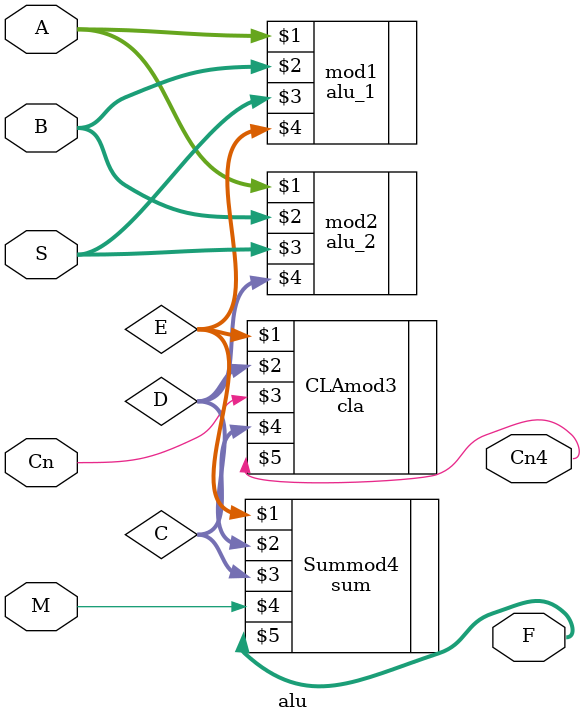
<source format=v>
`timescale 1ns / 1ps



module alu(S, A, B, M, Cn, F, Cn4);
  input [3:0] A, B, S;
  input Cn, M;
  output [3:0] F;
  output Cn4;
  wire [3:0] E, D, C;
  alu_1 mod1 (A, B, S, E);
  alu_2 mod2 (A, B, S, D);
  cla CLAmod3(E, D, Cn, C, Cn4);
  sum Summod4(E, D, C, M, F);
endmodule

</source>
